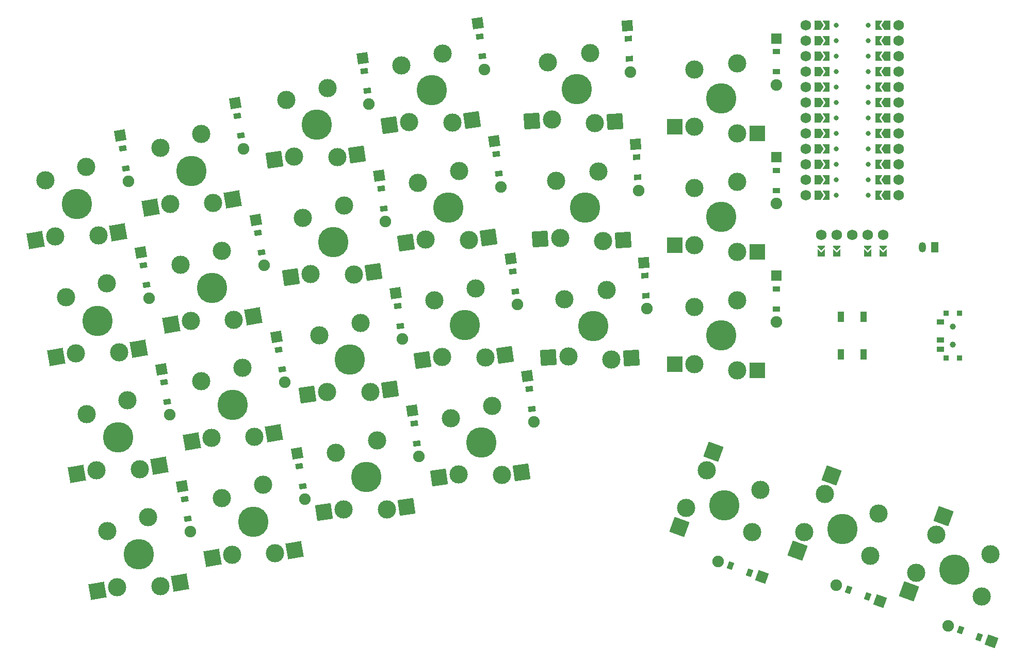
<source format=gbr>
%TF.GenerationSoftware,KiCad,Pcbnew,8.0.2*%
%TF.CreationDate,2024-05-17T16:06:01-05:00*%
%TF.ProjectId,janus,6a616e75-732e-46b6-9963-61645f706362,v1.0.0*%
%TF.SameCoordinates,Original*%
%TF.FileFunction,Soldermask,Bot*%
%TF.FilePolarity,Negative*%
%FSLAX46Y46*%
G04 Gerber Fmt 4.6, Leading zero omitted, Abs format (unit mm)*
G04 Created by KiCad (PCBNEW 8.0.2) date 2024-05-17 16:06:01*
%MOMM*%
%LPD*%
G01*
G04 APERTURE LIST*
G04 Aperture macros list*
%AMRotRect*
0 Rectangle, with rotation*
0 The origin of the aperture is its center*
0 $1 length*
0 $2 width*
0 $3 Rotation angle, in degrees counterclockwise*
0 Add horizontal line*
21,1,$1,$2,0,0,$3*%
%AMFreePoly0*
4,1,6,0.600000,0.200000,0.000000,-0.400000,-0.600000,0.200000,-0.600000,0.400000,0.600000,0.400000,0.600000,0.200000,0.600000,0.200000,$1*%
%AMFreePoly1*
4,1,6,0.600000,-0.250000,-0.600000,-0.250000,-0.600000,1.000000,0.000000,0.400000,0.600000,1.000000,0.600000,-0.250000,0.600000,-0.250000,$1*%
%AMFreePoly2*
4,1,6,0.500000,-0.750000,-0.500000,-0.750000,-1.000000,0.000000,-0.500000,0.750000,0.500000,0.750000,0.500000,-0.750000,0.500000,-0.750000,$1*%
%AMFreePoly3*
4,1,6,0.150000,0.000000,0.650000,-0.750000,-0.500000,-0.750000,-0.500000,0.750000,0.650000,0.750000,0.150000,0.000000,0.150000,0.000000,$1*%
G04 Aperture macros list end*
%ADD10R,0.900000X0.900000*%
%ADD11C,1.000000*%
%ADD12R,1.250000X0.900000*%
%ADD13R,1.100000X1.800000*%
%ADD14R,1.778000X1.778000*%
%ADD15R,1.200000X0.900000*%
%ADD16C,1.905000*%
%ADD17C,3.000000*%
%ADD18C,5.000000*%
%ADD19RotRect,2.600000X2.600000X10.000000*%
%ADD20RotRect,1.778000X1.778000X278.000000*%
%ADD21RotRect,0.900000X1.200000X278.000000*%
%ADD22RotRect,2.600000X2.600000X8.000000*%
%ADD23R,2.600000X2.600000*%
%ADD24RotRect,1.778000X1.778000X160.000000*%
%ADD25RotRect,0.900000X1.200000X160.000000*%
%ADD26RotRect,1.778000X1.778000X274.000000*%
%ADD27RotRect,0.900000X1.200000X274.000000*%
%ADD28RotRect,1.778000X1.778000X280.000000*%
%ADD29RotRect,0.900000X1.200000X280.000000*%
%ADD30R,1.200000X1.700000*%
%ADD31O,1.200000X1.700000*%
%ADD32FreePoly0,0.000000*%
%ADD33FreePoly1,0.000000*%
%ADD34C,1.752600*%
%ADD35FreePoly2,180.000000*%
%ADD36FreePoly3,180.000000*%
%ADD37FreePoly3,0.000000*%
%ADD38FreePoly2,0.000000*%
%ADD39C,0.800000*%
%ADD40RotRect,2.600000X2.600000X4.000000*%
%ADD41RotRect,2.600000X2.600000X250.000000*%
G04 APERTURE END LIST*
D10*
%TO.C,T1*%
X290389355Y-146210031D03*
X288189355Y-146210031D03*
D11*
X289289355Y-148410031D03*
X289289355Y-151410031D03*
D10*
X290389355Y-153610031D03*
X288189355Y-153610031D03*
D12*
X287214355Y-147660031D03*
X287214355Y-150660031D03*
X287214355Y-152160031D03*
%TD*%
D13*
%TO.C,B1*%
X274639354Y-146810049D03*
X274639354Y-153010031D03*
X270939354Y-146810049D03*
X270939354Y-153010031D03*
%TD*%
D14*
%TO.C,D20*%
X260289343Y-140100035D03*
D15*
X260289343Y-142260035D03*
X260289343Y-145560035D03*
D16*
X260289343Y-147720035D03*
%TD*%
D17*
%TO.C,S6*%
X165962536Y-157462425D03*
X167594831Y-166719617D03*
D18*
X171111839Y-161326969D03*
D17*
X172673862Y-155212840D03*
X174670816Y-166538128D03*
D19*
X164369587Y-167288316D03*
X177896062Y-165969433D03*
%TD*%
D20*
%TO.C,D12*%
X192412629Y-104307571D03*
D21*
X192713244Y-106446550D03*
X193172516Y-109714434D03*
D16*
X193473131Y-111853413D03*
%TD*%
D17*
%TO.C,S12*%
X179854204Y-111232766D03*
X181162431Y-120541286D03*
D18*
X184865497Y-115274664D03*
D17*
X186639949Y-109218774D03*
X188240439Y-120606855D03*
D22*
X177919304Y-120997078D03*
X191483567Y-120151063D03*
%TD*%
D17*
%TO.C,S22*%
X246889359Y-106210034D03*
X246889359Y-115610034D03*
D18*
X251289359Y-110910034D03*
D17*
X253889359Y-105160034D03*
X253889359Y-116660034D03*
D23*
X243614359Y-115610034D03*
X257164359Y-116660034D03*
%TD*%
D24*
%TO.C,D23*%
X257949704Y-189626631D03*
D25*
X255919974Y-188887868D03*
X252818978Y-187759200D03*
D16*
X250789248Y-187020437D03*
%TD*%
D20*
%TO.C,D15*%
X214019207Y-117933125D03*
D21*
X214319822Y-120072104D03*
X214779094Y-123339988D03*
D16*
X215079709Y-125478967D03*
%TD*%
D17*
%TO.C,S8*%
X159190240Y-119054914D03*
X160822535Y-128312106D03*
D18*
X164339543Y-122919458D03*
D17*
X165901566Y-116805329D03*
X167898520Y-128130617D03*
D19*
X157597291Y-128880805D03*
X171123766Y-127561922D03*
%TD*%
D17*
%TO.C,S4*%
X140333794Y-124410676D03*
X141966089Y-133667868D03*
D18*
X145483097Y-128275220D03*
D17*
X147045120Y-122161091D03*
X149042074Y-133486379D03*
D19*
X138740845Y-134236567D03*
X152267320Y-132917684D03*
%TD*%
D17*
%TO.C,S15*%
X201460791Y-124858306D03*
X202769018Y-134166826D03*
D18*
X206472084Y-128900204D03*
D17*
X208246536Y-122844314D03*
X209847026Y-134232395D03*
D22*
X199525891Y-134622618D03*
X213090154Y-133776603D03*
%TD*%
D17*
%TO.C,S1*%
X150492215Y-182021929D03*
X152124510Y-191279121D03*
D18*
X155641518Y-185886473D03*
D17*
X157203541Y-179772344D03*
X159200495Y-191097632D03*
D19*
X148899266Y-191847820D03*
X162425741Y-190528937D03*
%TD*%
D17*
%TO.C,S20*%
X246889348Y-145210041D03*
X246889348Y-154610041D03*
D18*
X251289348Y-149910041D03*
D17*
X253889348Y-144160041D03*
X253889348Y-155660041D03*
D23*
X243614348Y-154610041D03*
X257164348Y-155660041D03*
%TD*%
D26*
%TO.C,D19*%
X235840585Y-99006181D03*
D27*
X235991259Y-101160919D03*
X236221455Y-104452881D03*
D16*
X236372129Y-106607619D03*
%TD*%
D17*
%TO.C,S16*%
X198746921Y-105548081D03*
X200055148Y-114856601D03*
D18*
X203758214Y-109589979D03*
D17*
X205532666Y-103534089D03*
X207133156Y-114922170D03*
D22*
X196812021Y-115312393D03*
X210376284Y-114466378D03*
%TD*%
D28*
%TO.C,D3*%
X156029023Y-136255169D03*
D29*
X156404104Y-138382355D03*
X156977142Y-141632223D03*
D16*
X157352223Y-143759409D03*
%TD*%
D24*
%TO.C,D25*%
X295659414Y-200215192D03*
D25*
X293629679Y-199476428D03*
X290528691Y-198347762D03*
D16*
X288498956Y-197608998D03*
%TD*%
D28*
%TO.C,D5*%
X181657756Y-169306912D03*
D29*
X182032837Y-171434098D03*
X182605875Y-174683966D03*
D16*
X182980956Y-176811152D03*
%TD*%
D20*
%TO.C,D11*%
X195126498Y-123617787D03*
D21*
X195427113Y-125756766D03*
X195886385Y-129024650D03*
D16*
X196187000Y-131163629D03*
%TD*%
D28*
%TO.C,D7*%
X174885473Y-130899408D03*
D29*
X175260554Y-133026594D03*
X175833592Y-136276462D03*
D16*
X176208673Y-138403648D03*
%TD*%
D30*
%TO.C,JST1*%
X286289342Y-135410035D03*
D31*
X284289342Y-135410027D03*
%TD*%
D20*
%TO.C,D9*%
X200554252Y-162238248D03*
D21*
X200854867Y-164377227D03*
X201314139Y-167645111D03*
D16*
X201614754Y-169784090D03*
%TD*%
D32*
%TO.C,OLED1*%
X267709351Y-135545229D03*
D33*
X267709351Y-136722028D03*
X270249345Y-136722033D03*
D32*
X270249351Y-135545228D03*
X275329351Y-135545228D03*
D33*
X275329351Y-136722028D03*
X277869351Y-136722028D03*
D32*
X277869354Y-135545228D03*
D34*
X267709351Y-133390028D03*
X270249351Y-133390028D03*
X272789351Y-133390028D03*
X275329351Y-133390028D03*
X277869351Y-133390028D03*
%TD*%
D17*
%TO.C,S7*%
X162576385Y-138258668D03*
X164208680Y-147515860D03*
D18*
X167725688Y-142123212D03*
D17*
X169287711Y-136009083D03*
X171284665Y-147334371D03*
D19*
X160983436Y-148084559D03*
X174509911Y-146765676D03*
%TD*%
D26*
%TO.C,D17*%
X238561101Y-137911179D03*
D27*
X238711775Y-140065917D03*
X238941971Y-143357879D03*
D16*
X239092645Y-145512617D03*
%TD*%
D17*
%TO.C,S9*%
X187995840Y-169163442D03*
X189304067Y-178471962D03*
D18*
X193007133Y-173205340D03*
D17*
X194781585Y-167149450D03*
X196382075Y-178537531D03*
D22*
X186060940Y-178927754D03*
X199625203Y-178081739D03*
%TD*%
D14*
%TO.C,D21*%
X260289345Y-120600032D03*
D15*
X260289345Y-122760032D03*
X260289345Y-126060032D03*
D16*
X260289345Y-128220032D03*
%TD*%
D17*
%TO.C,S13*%
X206888545Y-163478769D03*
X208196772Y-172787289D03*
D18*
X211899838Y-167520667D03*
D17*
X213674290Y-161464777D03*
X215274780Y-172852858D03*
D22*
X204953645Y-173243081D03*
X218517908Y-172397066D03*
%TD*%
D34*
%TO.C,MCU1*%
X265169359Y-101480032D03*
X265169359Y-104020034D03*
X265169359Y-106560034D03*
X265169359Y-109100034D03*
X265169359Y-111640034D03*
X265169359Y-114180034D03*
X265169359Y-116720034D03*
X265169359Y-119260034D03*
X265169359Y-121800034D03*
X265169359Y-124340036D03*
X265169366Y-126880034D03*
X265169367Y-98940034D03*
D35*
X267074353Y-104020034D03*
X267074353Y-121800034D03*
X267074358Y-111640041D03*
X267074359Y-98940034D03*
X267074359Y-101480034D03*
X267074359Y-106560034D03*
X267074359Y-109100034D03*
X267074359Y-116720034D03*
X267074359Y-119260037D03*
X267074359Y-124340034D03*
X267074359Y-126880034D03*
X267074360Y-114180021D03*
D36*
X268524354Y-98940031D03*
X268524358Y-111640034D03*
X268524359Y-106560030D03*
X268524359Y-116720036D03*
X268524359Y-119260034D03*
X268524359Y-124340034D03*
X268524361Y-109100027D03*
X268524362Y-114180036D03*
X268524364Y-101480036D03*
X268524365Y-104020034D03*
X268524365Y-121800034D03*
X268524365Y-126880036D03*
D37*
X277054353Y-98940032D03*
X277054353Y-104020034D03*
X277054353Y-121800034D03*
X277054354Y-124340032D03*
X277054356Y-111640032D03*
X277054357Y-116720041D03*
X277054359Y-101480034D03*
X277054359Y-106560034D03*
X277054359Y-109100032D03*
X277054359Y-119260038D03*
X277054360Y-114180034D03*
X277054364Y-126880037D03*
D38*
X278504358Y-111640047D03*
X278504359Y-98940034D03*
X278504359Y-101480034D03*
X278504359Y-106560031D03*
X278504359Y-109100034D03*
X278504359Y-116720034D03*
X278504359Y-119260034D03*
X278504359Y-124340034D03*
X278504359Y-126880034D03*
X278504360Y-114180027D03*
X278504365Y-104020034D03*
X278504365Y-121800034D03*
D34*
X280409351Y-126880034D03*
X280409352Y-98940034D03*
X280409359Y-101480032D03*
X280409359Y-104020034D03*
X280409359Y-106560034D03*
X280409359Y-109100034D03*
X280409359Y-111640034D03*
X280409359Y-114180034D03*
X280409359Y-116720034D03*
X280409359Y-119260034D03*
X280409359Y-121800034D03*
X280409359Y-124340036D03*
D39*
X275409359Y-98940034D03*
X270169359Y-106560034D03*
X270169360Y-104020034D03*
X275409359Y-101480034D03*
X270169359Y-101480034D03*
X270169359Y-98940034D03*
X270169359Y-109100034D03*
X270169354Y-111640039D03*
X270169359Y-114180034D03*
X270169359Y-116720034D03*
X270169359Y-119260034D03*
X270169359Y-121800039D03*
X270169359Y-124340034D03*
X270169359Y-126880034D03*
X275409359Y-126880034D03*
X275409358Y-121800034D03*
X275409359Y-119260034D03*
X275409359Y-124340034D03*
X275409359Y-116720034D03*
X275409364Y-114180029D03*
X275409359Y-111640034D03*
X275409359Y-109100034D03*
X275409359Y-104020029D03*
X275409359Y-106560034D03*
%TD*%
D28*
%TO.C,D2*%
X159415160Y-155458914D03*
D29*
X159790241Y-157586100D03*
X160363279Y-160835968D03*
D16*
X160738360Y-162963154D03*
%TD*%
D17*
%TO.C,S3*%
X143719935Y-143614423D03*
X145352230Y-152871615D03*
D18*
X148869238Y-147478967D03*
D17*
X150431261Y-141364838D03*
X152428215Y-152690126D03*
D19*
X142126986Y-153440314D03*
X155653461Y-152121431D03*
%TD*%
D17*
%TO.C,S17*%
X225550184Y-143943467D03*
X226205895Y-153320572D03*
D18*
X230267321Y-148325090D03*
D17*
X232459888Y-142407730D03*
X233262087Y-153879716D03*
D40*
X222938872Y-153549022D03*
X236529110Y-153651264D03*
%TD*%
D28*
%TO.C,D6*%
X178271608Y-150103164D03*
D29*
X178646689Y-152230350D03*
X179219727Y-155480218D03*
D16*
X179594808Y-157607404D03*
%TD*%
D20*
%TO.C,D10*%
X197840379Y-142928034D03*
D21*
X198140994Y-145067013D03*
X198600266Y-148334897D03*
D16*
X198900881Y-150473876D03*
%TD*%
D17*
%TO.C,S2*%
X147106075Y-162818177D03*
X148738370Y-172075369D03*
D18*
X152255378Y-166682721D03*
D17*
X153817401Y-160568592D03*
X155814355Y-171893880D03*
D19*
X145513126Y-172644068D03*
X159039601Y-171325185D03*
%TD*%
D28*
%TO.C,D1*%
X162801287Y-174662670D03*
D29*
X163176368Y-176789856D03*
X163749406Y-180039724D03*
D16*
X164124487Y-182166910D03*
%TD*%
D17*
%TO.C,S21*%
X246889351Y-125710039D03*
X246889351Y-135110039D03*
D18*
X251289351Y-130410039D03*
D17*
X253889351Y-124660039D03*
X253889351Y-136160039D03*
D23*
X243614351Y-135110039D03*
X257164351Y-136160039D03*
%TD*%
D24*
%TO.C,D24*%
X277335402Y-193545801D03*
D25*
X275305667Y-192807037D03*
X272204679Y-191678371D03*
D16*
X270174944Y-190939607D03*
%TD*%
D17*
%TO.C,S14*%
X204174674Y-144168540D03*
X205482901Y-153477060D03*
D18*
X209185967Y-148210438D03*
D17*
X210960419Y-142154548D03*
X212560909Y-153542629D03*
D22*
X202239774Y-153932852D03*
X215804037Y-153086837D03*
%TD*%
D14*
%TO.C,D22*%
X260289346Y-101100033D03*
D15*
X260289346Y-103260033D03*
X260289346Y-106560033D03*
D16*
X260289346Y-108720033D03*
%TD*%
D17*
%TO.C,S24*%
X277116647Y-179206192D03*
X268283536Y-175991203D03*
D18*
X271195203Y-181733345D03*
D17*
X264902720Y-182209930D03*
X275709183Y-186143162D03*
D41*
X269403652Y-172913709D03*
X263782602Y-185287423D03*
%TD*%
D17*
%TO.C,S23*%
X257730974Y-175287025D03*
X248897863Y-172072037D03*
D18*
X251809528Y-177814178D03*
D17*
X245517040Y-178290760D03*
X256323508Y-182223997D03*
D41*
X250017977Y-168994542D03*
X244396928Y-181368258D03*
%TD*%
D28*
%TO.C,D4*%
X152642877Y-117051416D03*
D29*
X153017958Y-119178602D03*
X153590996Y-122428470D03*
D16*
X153966077Y-124555656D03*
%TD*%
D17*
%TO.C,S5*%
X169348664Y-176666168D03*
X170980959Y-185923360D03*
D18*
X174497967Y-180530712D03*
D17*
X176059990Y-174416583D03*
X178056944Y-185741871D03*
D19*
X167755715Y-186492059D03*
X181282190Y-185173176D03*
%TD*%
D17*
%TO.C,S18*%
X224189942Y-124490969D03*
X224845653Y-133868074D03*
D18*
X228907079Y-128872592D03*
D17*
X231099646Y-122955232D03*
X231901845Y-134427218D03*
D40*
X221578630Y-134096524D03*
X235168868Y-134198766D03*
%TD*%
D28*
%TO.C,D8*%
X171499338Y-111695656D03*
D29*
X171874419Y-113822842D03*
X172447457Y-117072710D03*
D16*
X172822538Y-119199896D03*
%TD*%
D20*
%TO.C,D13*%
X219446952Y-156553576D03*
D21*
X219747567Y-158692555D03*
X220206839Y-161960439D03*
D16*
X220507454Y-164099418D03*
%TD*%
D17*
%TO.C,S11*%
X182568092Y-130543000D03*
X183876319Y-139851520D03*
D18*
X187579385Y-134584898D03*
D17*
X189353837Y-128529008D03*
X190954327Y-139917089D03*
D22*
X180633192Y-140307312D03*
X194197455Y-139461297D03*
%TD*%
D20*
%TO.C,D16*%
X211305333Y-98622891D03*
D21*
X211605948Y-100761870D03*
X212065220Y-104029754D03*
D16*
X212365835Y-106168733D03*
%TD*%
D17*
%TO.C,S19*%
X222829686Y-105038471D03*
X223485397Y-114415576D03*
D18*
X227546823Y-109420094D03*
D17*
X229739390Y-103502734D03*
X230541589Y-114974720D03*
D40*
X220218374Y-114644026D03*
X233808612Y-114746268D03*
%TD*%
D20*
%TO.C,D14*%
X216733074Y-137243350D03*
D21*
X217033689Y-139382329D03*
X217492961Y-142650213D03*
D16*
X217793576Y-144789192D03*
%TD*%
D26*
%TO.C,D18*%
X237200848Y-118458676D03*
D27*
X237351522Y-120613414D03*
X237581718Y-123905376D03*
D16*
X237732392Y-126060114D03*
%TD*%
D17*
%TO.C,S25*%
X295440649Y-185875598D03*
X286607538Y-182660609D03*
D18*
X289519205Y-188402751D03*
D17*
X283226722Y-188879336D03*
X294033185Y-192812568D03*
D41*
X287727654Y-179583115D03*
X282106604Y-191956829D03*
%TD*%
D17*
%TO.C,S10*%
X185281960Y-149853218D03*
X186590187Y-159161738D03*
D18*
X190293253Y-153895116D03*
D17*
X192067705Y-147839226D03*
X193668195Y-159227307D03*
D22*
X183347060Y-159617530D03*
X196911323Y-158771515D03*
%TD*%
M02*

</source>
